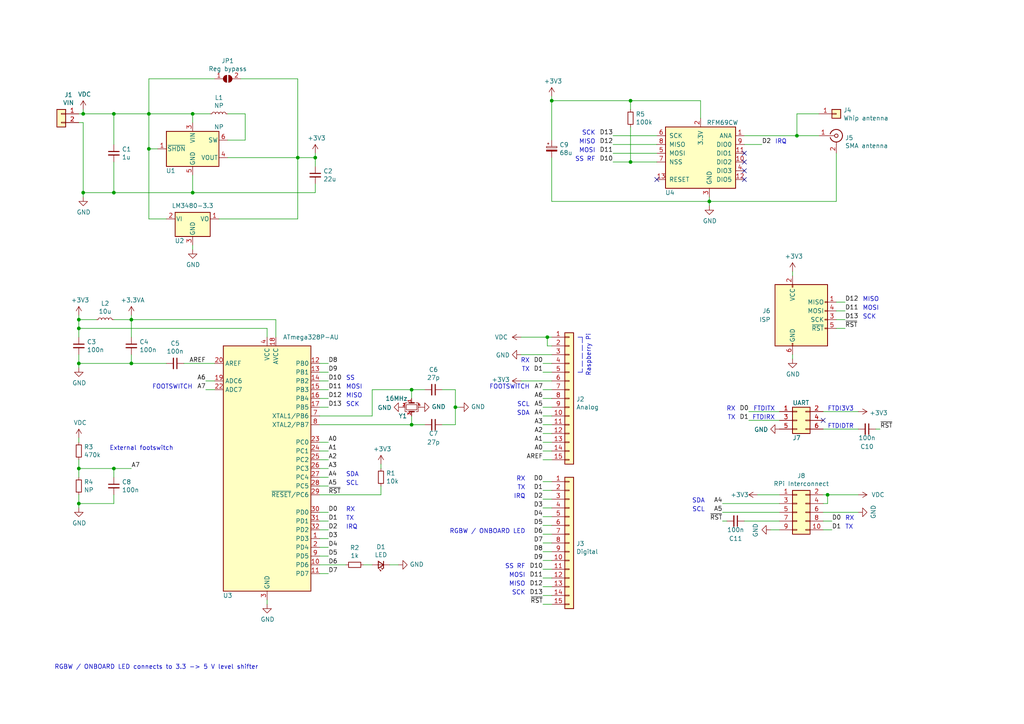
<source format=kicad_sch>
(kicad_sch (version 20211123) (generator eeschema)
  (paper "A4")
  (title_block (title "Taransay (RGBW)") (date "2022-04-30") (rev "1") (company "Sean Leavey"))
  (lib_symbols
    (symbol "Connector:AVR-ISP-6" (pin_names (offset 1.016))
      (property "Reference" "J" (at -6.35 11.43 0))
      (property "Value" "AVR-ISP-6" (at 0 11.43 0))
      (symbol "AVR-ISP-6_0_1"
        (rectangle (start -2.667 -6.858) (end -2.413 -7.62))
        (rectangle (start -2.667 10.16) (end -2.413 9.398))
        (rectangle (start 7.62 -2.413) (end 6.858 -2.667))
        (rectangle (start 7.62 0.127) (end 6.858 -0.127))
        (rectangle (start 7.62 2.667) (end 6.858 2.413))
        (rectangle (start 7.62 5.207) (end 6.858 4.953))
        (rectangle (start 7.62 10.16) (end -7.62 -7.62) (stroke (width 0.254)) (fill (type background)))
      )
      (symbol "AVR-ISP-6_1_1"
        (pin passive line (at 10.16 5.08 180) (length 2.54) (name "MISO") (number "1"))
        (pin passive line (at -2.54 12.7 270) (length 2.54) (name "VCC") (number "2"))
        (pin passive line (at 10.16 0 180) (length 2.54) (name "SCK") (number "3"))
        (pin passive line (at 10.16 2.54 180) (length 2.54) (name "MOSI") (number "4"))
        (pin passive line (at 10.16 -2.54 180) (length 2.54) (name "~{RST}") (number "5"))
        (pin passive line (at -2.54 -10.16 90) (length 2.54) (name "GND") (number "6"))
      )
    )
    (symbol "Connector:Conn_Coaxial" (pin_names (offset 1.016) hide)
      (property "Reference" "J" (at 0.254 3.048 0))
      (property "Value" "Conn_Coaxial" (at 2.921 0 90))
      (symbol "Conn_Coaxial_0_1"
        (arc (start -1.778 -0.508) (mid 0.2311 -1.8066) (end 1.778 0) (stroke (width 0.254)))
        (polyline (pts (xy -2.54 0) (xy -0.508 0)))
        (polyline (pts (xy 0 -2.54) (xy 0 -1.778)))
        (circle (center 0 0) (radius 0.508) (stroke (width 0.2032)))
        (arc (start 1.778 0) (mid 0.2099 1.8101) (end -1.778 0.508) (stroke (width 0.254)))
      )
      (symbol "Conn_Coaxial_1_1"
        (pin passive line (at -5.08 0 0) (length 2.54) (name "In") (number "1"))
        (pin passive line (at 0 -5.08 90) (length 2.54) (name "Ext") (number "2"))
      )
    )
    (symbol "Connector_Generic:Conn_01x01" (pin_names (offset 1.016) hide)
      (property "Reference" "J" (at 0 2.54 0))
      (property "Value" "Conn_01x01" (at 0 -2.54 0))
      (symbol "Conn_01x01_1_1"
        (rectangle (start -1.27 0.127) (end 0 -0.127) (stroke (width 0.1524)))
        (rectangle (start -1.27 1.27) (end 1.27 -1.27) (stroke (width 0.254)) (fill (type background)))
        (pin passive line (at -5.08 0 0) (length 3.81) (name "Pin_1") (number "1"))
      )
    )
    (symbol "Connector_Generic:Conn_01x02" (pin_names (offset 1.016) hide)
      (property "Reference" "J" (at 0 2.54 0))
      (property "Value" "Conn_01x02" (at 0 -5.08 0))
      (symbol "Conn_01x02_1_1"
        (rectangle (start -1.27 -2.413) (end 0 -2.667) (stroke (width 0.1524)))
        (rectangle (start -1.27 0.127) (end 0 -0.127) (stroke (width 0.1524)))
        (rectangle (start -1.27 1.27) (end 1.27 -3.81) (stroke (width 0.254)) (fill (type background)))
        (pin passive line (at -5.08 0 0) (length 3.81) (name "Pin_1") (number "1"))
        (pin passive line (at -5.08 -2.54 0) (length 3.81) (name "Pin_2") (number "2"))
      )
    )
    (symbol "Connector_Generic:Conn_01x15" (pin_names (offset 1.016) hide)
      (property "Reference" "J" (at 0 20.32 0))
      (property "Value" "Conn_01x15" (at 0 -20.32 0))
      (symbol "Conn_01x15_1_1"
        (rectangle (start -1.27 -17.653) (end 0 -17.907) (stroke (width 0.1524)))
        (rectangle (start -1.27 -15.113) (end 0 -15.367) (stroke (width 0.1524)))
        (rectangle (start -1.27 -12.573) (end 0 -12.827) (stroke (width 0.1524)))
        (rectangle (start -1.27 -10.033) (end 0 -10.287) (stroke (width 0.1524)))
        (rectangle (start -1.27 -7.493) (end 0 -7.747) (stroke (width 0.1524)))
        (rectangle (start -1.27 -4.953) (end 0 -5.207) (stroke (width 0.1524)))
        (rectangle (start -1.27 -2.413) (end 0 -2.667) (stroke (width 0.1524)))
        (rectangle (start -1.27 0.127) (end 0 -0.127) (stroke (width 0.1524)))
        (rectangle (start -1.27 2.667) (end 0 2.413) (stroke (width 0.1524)))
        (rectangle (start -1.27 5.207) (end 0 4.953) (stroke (width 0.1524)))
        (rectangle (start -1.27 7.747) (end 0 7.493) (stroke (width 0.1524)))
        (rectangle (start -1.27 10.287) (end 0 10.033) (stroke (width 0.1524)))
        (rectangle (start -1.27 12.827) (end 0 12.573) (stroke (width 0.1524)))
        (rectangle (start -1.27 15.367) (end 0 15.113) (stroke (width 0.1524)))
        (rectangle (start -1.27 17.907) (end 0 17.653) (stroke (width 0.1524)))
        (rectangle (start -1.27 19.05) (end 1.27 -19.05) (stroke (width 0.254)) (fill (type background)))
        (pin passive line (at -5.08 17.78 0) (length 3.81) (name "Pin_1") (number "1"))
        (pin passive line (at -5.08 -5.08 0) (length 3.81) (name "Pin_10") (number "10"))
        (pin passive line (at -5.08 -7.62 0) (length 3.81) (name "Pin_11") (number "11"))
        (pin passive line (at -5.08 -10.16 0) (length 3.81) (name "Pin_12") (number "12"))
        (pin passive line (at -5.08 -12.7 0) (length 3.81) (name "Pin_13") (number "13"))
        (pin passive line (at -5.08 -15.24 0) (length 3.81) (name "Pin_14") (number "14"))
        (pin passive line (at -5.08 -17.78 0) (length 3.81) (name "Pin_15") (number "15"))
        (pin passive line (at -5.08 15.24 0) (length 3.81) (name "Pin_2") (number "2"))
        (pin passive line (at -5.08 12.7 0) (length 3.81) (name "Pin_3") (number "3"))
        (pin passive line (at -5.08 10.16 0) (length 3.81) (name "Pin_4") (number "4"))
        (pin passive line (at -5.08 7.62 0) (length 3.81) (name "Pin_5") (number "5"))
        (pin passive line (at -5.08 5.08 0) (length 3.81) (name "Pin_6") (number "6"))
        (pin passive line (at -5.08 2.54 0) (length 3.81) (name "Pin_7") (number "7"))
        (pin passive line (at -5.08 0 0) (length 3.81) (name "Pin_8") (number "8"))
        (pin passive line (at -5.08 -2.54 0) (length 3.81) (name "Pin_9") (number "9"))
      )
    )
    (symbol "Connector_Generic:Conn_02x03_Odd_Even" (pin_names (offset 1.016) hide)
      (property "Reference" "J" (at 1.27 5.08 0))
      (property "Value" "Conn_02x03_Odd_Even" (at 1.27 -5.08 0))
      (symbol "Conn_02x03_Odd_Even_1_1"
        (rectangle (start -1.27 -2.413) (end 0 -2.667) (stroke (width 0.1524)))
        (rectangle (start -1.27 0.127) (end 0 -0.127) (stroke (width 0.1524)))
        (rectangle (start -1.27 2.667) (end 0 2.413) (stroke (width 0.1524)))
        (rectangle (start -1.27 3.81) (end 3.81 -3.81) (stroke (width 0.254)) (fill (type background)))
        (rectangle (start 3.81 -2.413) (end 2.54 -2.667) (stroke (width 0.1524)))
        (rectangle (start 3.81 0.127) (end 2.54 -0.127) (stroke (width 0.1524)))
        (rectangle (start 3.81 2.667) (end 2.54 2.413) (stroke (width 0.1524)))
        (pin passive line (at -5.08 2.54 0) (length 3.81) (name "Pin_1") (number "1"))
        (pin passive line (at 7.62 2.54 180) (length 3.81) (name "Pin_2") (number "2"))
        (pin passive line (at -5.08 0 0) (length 3.81) (name "Pin_3") (number "3"))
        (pin passive line (at 7.62 0 180) (length 3.81) (name "Pin_4") (number "4"))
        (pin passive line (at -5.08 -2.54 0) (length 3.81) (name "Pin_5") (number "5"))
        (pin passive line (at 7.62 -2.54 180) (length 3.81) (name "Pin_6") (number "6"))
      )
    )
    (symbol "Connector_Generic:Conn_02x05_Odd_Even" (pin_names (offset 1.016) hide)
      (property "Reference" "J" (at 1.27 7.62 0))
      (property "Value" "Conn_02x05_Odd_Even" (at 1.27 -7.62 0))
      (symbol "Conn_02x05_Odd_Even_1_1"
        (rectangle (start -1.27 -4.953) (end 0 -5.207) (stroke (width 0.1524)))
        (rectangle (start -1.27 -2.413) (end 0 -2.667) (stroke (width 0.1524)))
        (rectangle (start -1.27 0.127) (end 0 -0.127) (stroke (width 0.1524)))
        (rectangle (start -1.27 2.667) (end 0 2.413) (stroke (width 0.1524)))
        (rectangle (start -1.27 5.207) (end 0 4.953) (stroke (width 0.1524)))
        (rectangle (start -1.27 6.35) (end 3.81 -6.35) (stroke (width 0.254)) (fill (type background)))
        (rectangle (start 3.81 -4.953) (end 2.54 -5.207) (stroke (width 0.1524)))
        (rectangle (start 3.81 -2.413) (end 2.54 -2.667) (stroke (width 0.1524)))
        (rectangle (start 3.81 0.127) (end 2.54 -0.127) (stroke (width 0.1524)))
        (rectangle (start 3.81 2.667) (end 2.54 2.413) (stroke (width 0.1524)))
        (rectangle (start 3.81 5.207) (end 2.54 4.953) (stroke (width 0.1524)))
        (pin passive line (at -5.08 5.08 0) (length 3.81) (name "Pin_1") (number "1"))
        (pin passive line (at 7.62 -5.08 180) (length 3.81) (name "Pin_10") (number "10"))
        (pin passive line (at 7.62 5.08 180) (length 3.81) (name "Pin_2") (number "2"))
        (pin passive line (at -5.08 2.54 0) (length 3.81) (name "Pin_3") (number "3"))
        (pin passive line (at 7.62 2.54 180) (length 3.81) (name "Pin_4") (number "4"))
        (pin passive line (at -5.08 0 0) (length 3.81) (name "Pin_5") (number "5"))
        (pin passive line (at 7.62 0 180) (length 3.81) (name "Pin_6") (number "6"))
        (pin passive line (at -5.08 -2.54 0) (length 3.81) (name "Pin_7") (number "7"))
        (pin passive line (at 7.62 -2.54 180) (length 3.81) (name "Pin_8") (number "8"))
        (pin passive line (at -5.08 -5.08 0) (length 3.81) (name "Pin_9") (number "9"))
      )
    )
    (symbol "Device:C_Polarized_Small" (pin_numbers hide) (pin_names (offset 0.254) hide)
      (property "Reference" "C" (at 0.254 1.778 0))
      (property "Value" "C_Polarized_Small" (at 0.254 -2.032 0))
      (symbol "C_Polarized_Small_0_1"
        (rectangle (start -1.524 -0.3048) (end 1.524 -0.6858) (fill (type outline)))
        (rectangle (start -1.524 0.6858) (end 1.524 0.3048))
        (polyline (pts (xy -1.27 1.524) (xy -0.762 1.524)))
        (polyline (pts (xy -1.016 1.27) (xy -1.016 1.778)))
      )
      (symbol "C_Polarized_Small_1_1"
        (pin passive line (at 0 2.54 270) (length 1.8542) (name "~") (number "1"))
        (pin passive line (at 0 -2.54 90) (length 1.8542) (name "~") (number "2"))
      )
    )
    (symbol "Device:C_Small" (pin_numbers hide) (pin_names (offset 0.254) hide)
      (property "Reference" "C" (at 0.254 1.778 0))
      (property "Value" "C_Small" (at 0.254 -2.032 0))
      (symbol "C_Small_0_1"
        (polyline (pts (xy -1.524 -0.508) (xy 1.524 -0.508)) (stroke (width 0.3302)))
        (polyline (pts (xy -1.524 0.508) (xy 1.524 0.508)) (stroke (width 0.3048)))
      )
      (symbol "C_Small_1_1"
        (pin passive line (at 0 2.54 270) (length 2.032) (name "~") (number "1"))
        (pin passive line (at 0 -2.54 90) (length 2.032) (name "~") (number "2"))
      )
    )
    (symbol "Device:Crystal_GND24_Small" (pin_names (offset 1.016) hide)
      (property "Reference" "Y" (at 1.27 4.445 0))
      (property "Value" "Crystal_GND24_Small" (at 1.27 2.54 0))
      (symbol "Crystal_GND24_Small_0_1"
        (rectangle (start -0.762 -1.524) (end 0.762 1.524))
        (polyline (pts (xy -1.27 -0.762) (xy -1.27 0.762)) (stroke (width 0.381)))
        (polyline (pts (xy 1.27 -0.762) (xy 1.27 0.762)) (stroke (width 0.381)))
        (polyline (pts (xy -1.27 -1.27) (xy -1.27 -1.905) (xy 1.27 -1.905) (xy 1.27 -1.27)))
        (polyline (pts (xy -1.27 1.27) (xy -1.27 1.905) (xy 1.27 1.905) (xy 1.27 1.27)))
      )
      (symbol "Crystal_GND24_Small_1_1"
        (pin passive line (at -2.54 0 0) (length 1.27) (name "1") (number "1"))
        (pin passive line (at 0 -2.54 90) (length 0.635) (name "2") (number "2"))
        (pin passive line (at 2.54 0 180) (length 1.27) (name "3") (number "3"))
        (pin passive line (at 0 2.54 270) (length 0.635) (name "4") (number "4"))
      )
    )
    (symbol "Device:LED_Small" (pin_numbers hide) (pin_names (offset 0.254) hide)
      (property "Reference" "D" (at -1.27 3.175 0))
      (property "Value" "LED_Small" (at -4.445 -2.54 0))
      (symbol "LED_Small_0_1"
        (polyline (pts (xy -0.762 -1.016) (xy -0.762 1.016)) (stroke (width 0.254)))
        (polyline (pts (xy 1.016 0) (xy -0.762 0)))
        (polyline (pts (xy 0.762 -1.016) (xy -0.762 0) (xy 0.762 1.016) (xy 0.762 -1.016)) (stroke (width 0.254)))
        (polyline (pts (xy 0 0.762) (xy -0.508 1.27) (xy -0.254 1.27) (xy -0.508 1.27) (xy -0.508 1.016)))
        (polyline (pts (xy 0.508 1.27) (xy 0 1.778) (xy 0.254 1.778) (xy 0 1.778) (xy 0 1.524)))
      )
      (symbol "LED_Small_1_1"
        (pin passive line (at -2.54 0 0) (length 1.778) (name "K") (number "1"))
        (pin passive line (at 2.54 0 180) (length 1.778) (name "A") (number "2"))
      )
    )
    (symbol "Device:L_Small" (pin_numbers hide) (pin_names (offset 0.254) hide)
      (property "Reference" "L" (at 0.762 1.016 0))
      (property "Value" "L_Small" (at 0.762 -1.016 0))
      (symbol "L_Small_0_1"
        (arc (start 0 -2.032) (mid 0.508 -1.524) (end 0 -1.016))
        (arc (start 0 -1.016) (mid 0.508 -0.508) (end 0 0))
        (arc (start 0 0) (mid 0.508 0.508) (end 0 1.016))
        (arc (start 0 1.016) (mid 0.508 1.524) (end 0 2.032))
      )
      (symbol "L_Small_1_1"
        (pin passive line (at 0 2.54 270) (length 0.508) (name "~") (number "1"))
        (pin passive line (at 0 -2.54 90) (length 0.508) (name "~") (number "2"))
      )
    )
    (symbol "Device:R_Small" (pin_numbers hide) (pin_names (offset 0.254) hide)
      (property "Reference" "R" (at 0.762 0.508 0))
      (property "Value" "R_Small" (at 0.762 -1.016 0))
      (symbol "R_Small_0_1"
        (rectangle (start -0.762 1.778) (end 0.762 -1.778) (stroke (width 0.2032)))
      )
      (symbol "R_Small_1_1"
        (pin passive line (at 0 2.54 270) (length 0.762) (name "~") (number "1"))
        (pin passive line (at 0 -2.54 90) (length 0.762) (name "~") (number "2"))
      )
    )
    (symbol "Jumper:SolderJumper_2_Open" (pin_names (offset 0) hide)
      (property "Reference" "JP" (at 0 2.032 0))
      (property "Value" "SolderJumper_2_Open" (at 0 -2.54 0))
      (symbol "SolderJumper_2_Open_0_1"
        (arc (start -0.254 1.016) (mid -1.27 0) (end -0.254 -1.016))
        (arc (start -0.254 1.016) (mid -1.27 0) (end -0.254 -1.016) (fill (type outline)))
        (polyline (pts (xy -0.254 1.016) (xy -0.254 -1.016)))
        (polyline (pts (xy 0.254 1.016) (xy 0.254 -1.016)))
        (arc (start 0.254 -1.016) (mid 1.27 0) (end 0.254 1.016))
        (arc (start 0.254 -1.016) (mid 1.27 0) (end 0.254 1.016) (fill (type outline)))
      )
      (symbol "SolderJumper_2_Open_1_1"
        (pin passive line (at -3.81 0 0) (length 2.54) (name "A") (number "1"))
        (pin passive line (at 3.81 0 180) (length 2.54) (name "B") (number "2"))
      )
    )
    (symbol "MCU_Microchip_ATmega:ATmega328P-AU"
      (property "Reference" "U" (at -12.7 36.83 0))
      (property "Value" "MCU_Microchip_ATmega_ATmega328P-AU" (at 2.54 -36.83 0))
      (symbol "ATmega328P-AU_0_1"
        (rectangle (start -12.7 -35.56) (end 12.7 35.56) (stroke (width 0.254)) (fill (type background)))
      )
      (symbol "ATmega328P-AU_1_1"
        (pin bidirectional line (at 15.24 -20.32 180) (length 2.54) (name "PD3") (number "1"))
        (pin bidirectional line (at 15.24 -27.94 180) (length 2.54) (name "PD6") (number "10"))
        (pin bidirectional line (at 15.24 -30.48 180) (length 2.54) (name "PD7") (number "11"))
        (pin bidirectional line (at 15.24 30.48 180) (length 2.54) (name "PB0") (number "12"))
        (pin bidirectional line (at 15.24 27.94 180) (length 2.54) (name "PB1") (number "13"))
        (pin bidirectional line (at 15.24 25.4 180) (length 2.54) (name "PB2") (number "14"))
        (pin bidirectional line (at 15.24 22.86 180) (length 2.54) (name "PB3") (number "15"))
        (pin bidirectional line (at 15.24 20.32 180) (length 2.54) (name "PB4") (number "16"))
        (pin bidirectional line (at 15.24 17.78 180) (length 2.54) (name "PB5") (number "17"))
        (pin power_in line (at 2.54 38.1 270) (length 2.54) (name "AVCC") (number "18"))
        (pin input line (at -15.24 25.4 0) (length 2.54) (name "ADC6") (number "19"))
        (pin bidirectional line (at 15.24 -22.86 180) (length 2.54) (name "PD4") (number "2"))
        (pin passive line (at -15.24 30.48 0) (length 2.54) (name "AREF") (number "20"))
        (pin passive line (at 0 -38.1 90) (length 2.54) hide (name "GND") (number "21"))
        (pin input line (at -15.24 22.86 0) (length 2.54) (name "ADC7") (number "22"))
        (pin bidirectional line (at 15.24 7.62 180) (length 2.54) (name "PC0") (number "23"))
        (pin bidirectional line (at 15.24 5.08 180) (length 2.54) (name "PC1") (number "24"))
        (pin bidirectional line (at 15.24 2.54 180) (length 2.54) (name "PC2") (number "25"))
        (pin bidirectional line (at 15.24 0 180) (length 2.54) (name "PC3") (number "26"))
        (pin bidirectional line (at 15.24 -2.54 180) (length 2.54) (name "PC4") (number "27"))
        (pin bidirectional line (at 15.24 -5.08 180) (length 2.54) (name "PC5") (number "28"))
        (pin bidirectional line (at 15.24 -7.62 180) (length 2.54) (name "~{RESET}/PC6") (number "29"))
        (pin power_in line (at 0 -38.1 90) (length 2.54) (name "GND") (number "3"))
        (pin bidirectional line (at 15.24 -12.7 180) (length 2.54) (name "PD0") (number "30"))
        (pin bidirectional line (at 15.24 -15.24 180) (length 2.54) (name "PD1") (number "31"))
        (pin bidirectional line (at 15.24 -17.78 180) (length 2.54) (name "PD2") (number "32"))
        (pin power_in line (at 0 38.1 270) (length 2.54) (name "VCC") (number "4"))
        (pin passive line (at 0 -38.1 90) (length 2.54) hide (name "GND") (number "5"))
        (pin passive line (at 0 38.1 270) (length 2.54) hide (name "VCC") (number "6"))
        (pin bidirectional line (at 15.24 15.24 180) (length 2.54) (name "XTAL1/PB6") (number "7"))
        (pin bidirectional line (at 15.24 12.7 180) (length 2.54) (name "XTAL2/PB7") (number "8"))
        (pin bidirectional line (at 15.24 -25.4 180) (length 2.54) (name "PD5") (number "9"))
      )
    )
    (symbol "Regulator_Linear:LM3480-3.3" (pin_names (offset 0.254))
      (property "Reference" "U" (at -3.81 3.175 0))
      (property "Value" "LM3480-3.3" (at 0 3.175 0))
      (symbol "LM3480-3.3_0_1"
        (rectangle (start -5.08 1.905) (end 5.08 -5.08) (stroke (width 0.254)) (fill (type background)))
      )
      (symbol "LM3480-3.3_1_1"
        (pin power_out line (at 7.62 0 180) (length 2.54) (name "VO") (number "1"))
        (pin power_in line (at -7.62 0 0) (length 2.54) (name "VI") (number "2"))
        (pin power_in line (at 0 -7.62 90) (length 2.54) (name "GND") (number "3"))
      )
    )
    (symbol "Regulator_Switching:LTC3525-3.3" (pin_names (offset 0.254))
      (property "Reference" "U" (at -6.35 6.35 0))
      (property "Value" "LTC3525-3.3" (at 1.27 6.35 0))
      (symbol "LTC3525-3.3_0_1"
        (rectangle (start -7.62 5.08) (end 7.62 -5.08) (stroke (width 0.254)) (fill (type background)))
      )
      (symbol "LTC3525-3.3_1_1"
        (pin input line (at -10.16 0 0) (length 2.54) (name "~{SHDN}") (number "1"))
        (pin passive line (at 0 -7.62 90) (length 2.54) hide (name "GND") (number "2"))
        (pin power_in line (at 0 7.62 270) (length 2.54) (name "VIN") (number "3"))
        (pin power_out line (at 10.16 -2.54 180) (length 2.54) (name "VOUT") (number "4"))
        (pin power_in line (at 0 -7.62 90) (length 2.54) (name "GND") (number "5"))
        (pin input line (at 10.16 2.54 180) (length 2.54) (name "SW") (number "6"))
      )
    )
    (symbol "Taransay_RF_Module:RFM69CW" (pin_names (offset 1.016))
      (property "Reference" "U" (at -3.81 11.43 0))
      (property "Value" "RFM69CW" (at -7.62 13.97 0))
      (symbol "RFM69CW_0_1"
        (rectangle (start -10.16 10.16) (end 10.16 -7.62) (stroke (width 0.254)) (fill (type background)))
      )
      (symbol "RFM69CW_1_1"
        (pin output line (at 12.7 7.62 180) (length 2.54) (name "ANA") (number "1"))
        (pin bidirectional line (at 12.7 0 180) (length 2.54) (name "DIO2") (number "10"))
        (pin bidirectional line (at 12.7 2.54 180) (length 2.54) (name "DIO1") (number "11"))
        (pin bidirectional line (at 12.7 -5.08 180) (length 2.54) (name "DIO5") (number "12"))
        (pin input line (at -12.7 -5.08 0) (length 2.54) (name "RESET") (number "13"))
        (pin passive line (at 2.54 -10.16 90) (length 2.54) hide (name "GND") (number "14"))
        (pin power_in line (at 0 12.7 270) (length 2.54) (name "3.3V") (number "2"))
        (pin power_in line (at 2.54 -10.16 90) (length 2.54) (name "GND") (number "3"))
        (pin bidirectional line (at 12.7 -2.54 180) (length 2.54) (name "DIO3") (number "4"))
        (pin input line (at -12.7 2.54 0) (length 2.54) (name "MOSI") (number "5"))
        (pin input line (at -12.7 7.62 0) (length 2.54) (name "SCK") (number "6"))
        (pin input line (at -12.7 0 0) (length 2.54) (name "NSS") (number "7"))
        (pin output line (at -12.7 5.08 0) (length 2.54) (name "MISO") (number "8"))
        (pin bidirectional line (at 12.7 5.08 180) (length 2.54) (name "DIO0") (number "9"))
      )
    )
    (symbol "power:+3.3VA" (power) (pin_names (offset 0))
      (property "Value" "+3.3VA" (at 0 3.556 0))
      (symbol "+3.3VA_0_1"
        (polyline (pts (xy -0.762 1.27) (xy 0 2.54)))
        (polyline (pts (xy 0 0) (xy 0 2.54)))
        (polyline (pts (xy 0 2.54) (xy 0.762 1.27)))
      )
      (symbol "+3.3VA_1_1"
        (pin power_in line (at 0 0 90) (length 0) hide (name "+3.3VA") (number "1"))
      )
    )
    (symbol "power:+3V3" (power) (pin_names (offset 0))
      (property "Value" "+3V3" (at 0 3.556 0))
      (symbol "+3V3_0_1"
        (polyline (pts (xy -0.762 1.27) (xy 0 2.54)))
        (polyline (pts (xy 0 0) (xy 0 2.54)))
        (polyline (pts (xy 0 2.54) (xy 0.762 1.27)))
      )
      (symbol "+3V3_1_1"
        (pin power_in line (at 0 0 90) (length 0) hide (name "+3V3") (number "1"))
      )
    )
    (symbol "power:GND" (power) (pin_names (offset 0))
      (property "Value" "GND" (at 0 -3.81 0))
      (symbol "GND_0_1"
        (polyline (pts (xy 0 0) (xy 0 -1.27) (xy 1.27 -1.27) (xy 0 -2.54) (xy -1.27 -1.27) (xy 0 -1.27)))
      )
      (symbol "GND_1_1"
        (pin power_in line (at 0 0 270) (length 0) hide (name "GND") (number "1"))
      )
    )
    (symbol "power:VDC" (power) (pin_names (offset 0))
      (property "Value" "VDC" (at 0 6.35 0))
      (symbol "VDC_0_1"
        (polyline (pts (xy -0.762 1.27) (xy 0 2.54)))
        (polyline (pts (xy 0 0) (xy 0 2.54)))
        (polyline (pts (xy 0 2.54) (xy 0.762 1.27)))
      )
      (symbol "VDC_1_1"
        (pin power_in line (at 0 0 90) (length 0) hide (name "VDC") (number "1"))
      )
    )
  )
  (junction (at 182.88 46.99))
  (junction (at 43.18 33.02))
  (junction (at 38.1 105.41))
  (junction (at 158.75 97.79))
  (junction (at 86.36 45.72))
  (junction (at 22.86 92.71))
  (junction (at 22.86 135.89))
  (junction (at 24.13 55.88))
  (junction (at 43.18 43.18))
  (junction (at 33.02 33.02))
  (junction (at 38.1 92.71))
  (junction (at 205.74 58.42))
  (junction (at 22.86 95.25))
  (junction (at 55.88 33.02))
  (junction (at 231.14 39.37))
  (junction (at 182.88 29.21))
  (junction (at 91.44 45.72))
  (junction (at 33.02 135.89))
  (junction (at 33.02 55.88))
  (junction (at 119.38 113.03))
  (junction (at 119.38 123.19))
  (junction (at 160.02 29.21))
  (junction (at 55.88 55.88))
  (junction (at 22.86 105.41))
  (junction (at 240.03 143.51))
  (junction (at 132.08 118.11))
  (junction (at 22.86 146.05))
  (junction (at 24.13 33.02))
  (no_connect (at 215.9 46.99))
  (no_connect (at 215.9 52.07))
  (no_connect (at 215.9 49.53))
  (no_connect (at 215.9 44.45))
  (no_connect (at 190.5 52.07))
  (no_connect (at 238.76 121.92))
  (wire (pts (xy 55.88 50.8) (xy 55.88 55.88)))
  (wire (pts (xy 92.71 143.51) (xy 110.49 143.51)))
  (wire (pts (xy 119.38 113.03) (xy 107.95 113.03)))
  (wire (pts (xy 43.18 22.86) (xy 43.18 33.02)))
  (wire (pts (xy 48.26 105.41) (xy 38.1 105.41)))
  (wire (pts (xy 177.8 46.99) (xy 182.88 46.99)))
  (wire (pts (xy 231.14 39.37) (xy 237.49 39.37)))
  (wire (pts (xy 24.13 55.88) (xy 33.02 55.88)))
  (wire (pts (xy 22.86 135.89) (xy 22.86 133.35)))
  (wire (pts (xy 132.08 118.11) (xy 132.08 123.19)))
  (wire (pts (xy 119.38 113.03) (xy 123.19 113.03)))
  (wire (pts (xy 24.13 35.56) (xy 22.86 35.56)))
  (wire (pts (xy 160.02 165.1) (xy 157.48 165.1)))
  (wire (pts (xy 226.06 121.92) (xy 217.17 121.92)))
  (wire (pts (xy 255.27 124.46) (xy 254 124.46)))
  (wire (pts (xy 80.01 92.71) (xy 38.1 92.71)))
  (wire (pts (xy 92.71 138.43) (xy 95.25 138.43)))
  (wire (pts (xy 203.2 29.21) (xy 203.2 34.29)))
  (wire (pts (xy 43.18 22.86) (xy 62.23 22.86)))
  (wire (pts (xy 177.8 41.91) (xy 190.5 41.91)))
  (wire (pts (xy 113.03 163.83) (xy 115.57 163.83)))
  (wire (pts (xy 92.71 163.83) (xy 100.33 163.83)))
  (wire (pts (xy 160.02 115.57) (xy 157.48 115.57)))
  (wire (pts (xy 24.13 31.75) (xy 24.13 33.02)))
  (wire (pts (xy 92.71 166.37) (xy 95.25 166.37)))
  (wire (pts (xy 33.02 46.99) (xy 33.02 55.88)))
  (wire (pts (xy 205.74 58.42) (xy 242.57 58.42)))
  (wire (pts (xy 132.08 113.03) (xy 132.08 118.11)))
  (wire (pts (xy 24.13 35.56) (xy 24.13 55.88)))
  (wire (pts (xy 38.1 92.71) (xy 33.02 92.71)))
  (polyline (pts (xy 168.91 97.79) (xy 168.91 107.95)))
  (wire (pts (xy 55.88 55.88) (xy 33.02 55.88)))
  (wire (pts (xy 223.52 153.67) (xy 226.06 153.67)))
  (wire (pts (xy 231.14 33.02) (xy 231.14 39.37)))
  (wire (pts (xy 77.47 175.26) (xy 77.47 173.99)))
  (wire (pts (xy 107.95 120.65) (xy 92.71 120.65)))
  (wire (pts (xy 219.71 143.51) (xy 226.06 143.51)))
  (wire (pts (xy 123.19 123.19) (xy 119.38 123.19)))
  (wire (pts (xy 92.71 130.81) (xy 95.25 130.81)))
  (wire (pts (xy 92.71 156.21) (xy 95.25 156.21)))
  (wire (pts (xy 48.26 63.5) (xy 43.18 63.5)))
  (wire (pts (xy 238.76 151.13) (xy 241.3 151.13)))
  (wire (pts (xy 160.02 160.02) (xy 157.48 160.02)))
  (wire (pts (xy 226.06 119.38) (xy 217.17 119.38)))
  (wire (pts (xy 160.02 118.11) (xy 157.48 118.11)))
  (wire (pts (xy 205.74 58.42) (xy 205.74 57.15)))
  (wire (pts (xy 160.02 139.7) (xy 157.48 139.7)))
  (wire (pts (xy 205.74 59.69) (xy 205.74 58.42)))
  (wire (pts (xy 105.41 163.83) (xy 107.95 163.83)))
  (wire (pts (xy 86.36 63.5) (xy 86.36 45.72)))
  (wire (pts (xy 182.88 31.75) (xy 182.88 29.21)))
  (wire (pts (xy 160.02 27.94) (xy 160.02 29.21)))
  (wire (pts (xy 22.86 138.43) (xy 22.86 135.89)))
  (wire (pts (xy 160.02 97.79) (xy 158.75 97.79)))
  (wire (pts (xy 160.02 40.64) (xy 160.02 29.21)))
  (polyline (pts (xy 168.91 97.79) (xy 167.64 97.79)))
  (wire (pts (xy 248.92 119.38) (xy 238.76 119.38)))
  (wire (pts (xy 55.88 33.02) (xy 60.96 33.02)))
  (wire (pts (xy 22.86 106.68) (xy 22.86 105.41)))
  (wire (pts (xy 92.71 148.59) (xy 95.25 148.59)))
  (wire (pts (xy 238.76 153.67) (xy 241.3 153.67)))
  (wire (pts (xy 77.47 97.79) (xy 77.47 95.25)))
  (wire (pts (xy 22.86 135.89) (xy 33.02 135.89)))
  (wire (pts (xy 160.02 125.73) (xy 157.48 125.73)))
  (wire (pts (xy 86.36 22.86) (xy 86.36 45.72)))
  (wire (pts (xy 215.9 41.91) (xy 220.98 41.91)))
  (wire (pts (xy 229.87 104.14) (xy 229.87 102.87)))
  (wire (pts (xy 33.02 143.51) (xy 33.02 146.05)))
  (wire (pts (xy 92.71 113.03) (xy 95.25 113.03)))
  (wire (pts (xy 95.25 115.57) (xy 92.71 115.57)))
  (wire (pts (xy 132.08 118.11) (xy 133.35 118.11)))
  (wire (pts (xy 92.71 140.97) (xy 95.25 140.97)))
  (wire (pts (xy 71.12 40.64) (xy 71.12 33.02)))
  (wire (pts (xy 22.86 97.79) (xy 22.86 95.25)))
  (wire (pts (xy 160.02 152.4) (xy 157.48 152.4)))
  (wire (pts (xy 209.55 148.59) (xy 226.06 148.59)))
  (wire (pts (xy 160.02 128.27) (xy 157.48 128.27)))
  (wire (pts (xy 158.75 100.33) (xy 158.75 97.79)))
  (wire (pts (xy 69.85 22.86) (xy 86.36 22.86)))
  (wire (pts (xy 182.88 46.99) (xy 190.5 46.99)))
  (wire (pts (xy 160.02 107.95) (xy 157.48 107.95)))
  (wire (pts (xy 160.02 45.72) (xy 160.02 58.42)))
  (wire (pts (xy 245.11 90.17) (xy 242.57 90.17)))
  (wire (pts (xy 160.02 142.24) (xy 157.48 142.24)))
  (wire (pts (xy 110.49 140.97) (xy 110.49 143.51)))
  (wire (pts (xy 119.38 123.19) (xy 119.38 120.65)))
  (wire (pts (xy 43.18 33.02) (xy 33.02 33.02)))
  (wire (pts (xy 158.75 97.79) (xy 151.13 97.79)))
  (wire (pts (xy 240.03 146.05) (xy 240.03 143.51)))
  (wire (pts (xy 238.76 143.51) (xy 240.03 143.51)))
  (wire (pts (xy 66.04 45.72) (xy 86.36 45.72)))
  (wire (pts (xy 160.02 144.78) (xy 157.48 144.78)))
  (wire (pts (xy 160.02 100.33) (xy 158.75 100.33)))
  (wire (pts (xy 92.71 153.67) (xy 95.25 153.67)))
  (wire (pts (xy 22.86 95.25) (xy 77.47 95.25)))
  (wire (pts (xy 92.71 118.11) (xy 95.25 118.11)))
  (wire (pts (xy 91.44 55.88) (xy 55.88 55.88)))
  (wire (pts (xy 22.86 147.32) (xy 22.86 146.05)))
  (wire (pts (xy 43.18 63.5) (xy 43.18 43.18)))
  (wire (pts (xy 160.02 147.32) (xy 157.48 147.32)))
  (wire (pts (xy 182.88 36.83) (xy 182.88 46.99)))
  (wire (pts (xy 55.88 72.39) (xy 55.88 71.12)))
  (wire (pts (xy 38.1 91.44) (xy 38.1 92.71)))
  (polyline (pts (xy 168.91 107.95) (xy 167.64 107.95)))
  (wire (pts (xy 92.71 128.27) (xy 95.25 128.27)))
  (wire (pts (xy 22.86 102.87) (xy 22.86 105.41)))
  (wire (pts (xy 63.5 63.5) (xy 86.36 63.5)))
  (wire (pts (xy 38.1 102.87) (xy 38.1 105.41)))
  (wire (pts (xy 24.13 55.88) (xy 24.13 57.15)))
  (wire (pts (xy 177.8 44.45) (xy 190.5 44.45)))
  (wire (pts (xy 160.02 130.81) (xy 157.48 130.81)))
  (wire (pts (xy 22.86 146.05) (xy 22.86 143.51)))
  (wire (pts (xy 215.9 39.37) (xy 231.14 39.37)))
  (wire (pts (xy 182.88 29.21) (xy 203.2 29.21)))
  (wire (pts (xy 209.55 146.05) (xy 226.06 146.05)))
  (wire (pts (xy 22.86 33.02) (xy 24.13 33.02)))
  (wire (pts (xy 160.02 162.56) (xy 157.48 162.56)))
  (wire (pts (xy 160.02 175.26) (xy 157.48 175.26)))
  (wire (pts (xy 160.02 133.35) (xy 157.48 133.35)))
  (wire (pts (xy 128.27 113.03) (xy 132.08 113.03)))
  (wire (pts (xy 92.71 107.95) (xy 95.25 107.95)))
  (wire (pts (xy 238.76 148.59) (xy 248.92 148.59)))
  (wire (pts (xy 22.86 95.25) (xy 22.86 92.71)))
  (wire (pts (xy 160.02 105.41) (xy 157.48 105.41)))
  (wire (pts (xy 91.44 55.88) (xy 91.44 53.34)))
  (wire (pts (xy 160.02 154.94) (xy 157.48 154.94)))
  (wire (pts (xy 22.86 92.71) (xy 22.86 91.44)))
  (wire (pts (xy 33.02 135.89) (xy 38.1 135.89)))
  (wire (pts (xy 27.94 92.71) (xy 22.86 92.71)))
  (wire (pts (xy 33.02 41.91) (xy 33.02 33.02)))
  (wire (pts (xy 231.14 33.02) (xy 237.49 33.02)))
  (wire (pts (xy 160.02 113.03) (xy 157.48 113.03)))
  (wire (pts (xy 177.8 39.37) (xy 190.5 39.37)))
  (wire (pts (xy 160.02 167.64) (xy 157.48 167.64)))
  (wire (pts (xy 92.71 158.75) (xy 95.25 158.75)))
  (wire (pts (xy 43.18 33.02) (xy 55.88 33.02)))
  (wire (pts (xy 242.57 58.42) (xy 242.57 44.45)))
  (wire (pts (xy 55.88 33.02) (xy 55.88 35.56)))
  (wire (pts (xy 92.71 105.41) (xy 95.25 105.41)))
  (wire (pts (xy 92.71 161.29) (xy 95.25 161.29)))
  (wire (pts (xy 160.02 123.19) (xy 157.48 123.19)))
  (wire (pts (xy 160.02 102.87) (xy 151.13 102.87)))
  (wire (pts (xy 62.23 110.49) (xy 59.69 110.49)))
  (wire (pts (xy 205.74 58.42) (xy 160.02 58.42)))
  (wire (pts (xy 240.03 143.51) (xy 248.92 143.51)))
  (wire (pts (xy 160.02 157.48) (xy 157.48 157.48)))
  (wire (pts (xy 95.25 135.89) (xy 92.71 135.89)))
  (wire (pts (xy 160.02 120.65) (xy 157.48 120.65)))
  (wire (pts (xy 24.13 33.02) (xy 33.02 33.02)))
  (wire (pts (xy 22.86 128.27) (xy 22.86 127)))
  (wire (pts (xy 95.25 110.49) (xy 92.71 110.49)))
  (wire (pts (xy 80.01 97.79) (xy 80.01 92.71)))
  (wire (pts (xy 242.57 95.25) (xy 245.11 95.25)))
  (wire (pts (xy 107.95 113.03) (xy 107.95 120.65)))
  (wire (pts (xy 160.02 110.49) (xy 151.13 110.49)))
  (wire (pts (xy 33.02 138.43) (xy 33.02 135.89)))
  (wire (pts (xy 160.02 149.86) (xy 157.48 149.86)))
  (wire (pts (xy 242.57 92.71) (xy 245.11 92.71)))
  (wire (pts (xy 238.76 146.05) (xy 240.03 146.05)))
  (wire (pts (xy 119.38 115.57) (xy 119.38 113.03)))
  (wire (pts (xy 22.86 146.05) (xy 33.02 146.05)))
  (wire (pts (xy 86.36 45.72) (xy 91.44 45.72)))
  (wire (pts (xy 66.04 33.02) (xy 71.12 33.02)))
  (wire (pts (xy 62.23 113.03) (xy 59.69 113.03)))
  (wire (pts (xy 245.11 87.63) (xy 242.57 87.63)))
  (wire (pts (xy 38.1 105.41) (xy 22.86 105.41)))
  (wire (pts (xy 110.49 135.89) (xy 110.49 134.62)))
  (wire (pts (xy 210.82 151.13) (xy 209.55 151.13)))
  (wire (pts (xy 160.02 170.18) (xy 157.48 170.18)))
  (wire (pts (xy 248.92 124.46) (xy 238.76 124.46)))
  (wire (pts (xy 66.04 40.64) (xy 71.12 40.64)))
  (wire (pts (xy 53.34 105.41) (xy 62.23 105.41)))
  (wire (pts (xy 160.02 29.21) (xy 182.88 29.21)))
  (wire (pts (xy 45.72 43.18) (xy 43.18 43.18)))
  (wire (pts (xy 91.44 45.72) (xy 91.44 48.26)))
  (wire (pts (xy 43.18 43.18) (xy 43.18 33.02)))
  (wire (pts (xy 229.87 78.74) (xy 229.87 80.01)))
  (wire (pts (xy 215.9 151.13) (xy 226.06 151.13)))
  (wire (pts (xy 91.44 45.72) (xy 91.44 44.45)))
  (wire (pts (xy 160.02 172.72) (xy 157.48 172.72)))
  (wire (pts (xy 132.08 123.19) (xy 128.27 123.19)))
  (wire (pts (xy 92.71 151.13) (xy 95.25 151.13)))
  (wire (pts (xy 92.71 133.35) (xy 95.25 133.35)))
  (wire (pts (xy 92.71 123.19) (xy 119.38 123.19)))
  (wire (pts (xy 38.1 97.79) (xy 38.1 92.71)))
  (text "RGBW / ONBOARD LED" (at 152.4 154.94 180) (effects (font (size 1.27 1.27)) (justify right bottom)))
  (text "TX" (at 213.36 121.92 180) (effects (font (size 1.27 1.27)) (justify right bottom)))
  (text "MISO" (at 250.19 87.63 0) (effects (font (size 1.27 1.27)) (justify left bottom)))
  (text "FTDI3V3" (at 240.03 119.38 0) (effects (font (size 1.27 1.27)) (justify left bottom)))
  (text "TX" (at 245.11 153.67 0) (effects (font (size 1.27 1.27)) (justify left bottom)))
  (text "TX" (at 153.67 107.95 180) (effects (font (size 1.27 1.27)) (justify right bottom)))
  (text "RX" (at 213.36 119.38 180) (effects (font (size 1.27 1.27)) (justify right bottom)))
  (text "FTDIDTR" (at 240.03 124.46 0) (effects (font (size 1.27 1.27)) (justify left bottom)))
  (text "IRQ" (at 224.79 41.91 0) (effects (font (size 1.27 1.27)) (justify left bottom)))
  (text "SCL" (at 153.67 118.11 180) (effects (font (size 1.27 1.27)) (justify right bottom)))
  (text "IRQ" (at 100.33 153.67 0) (effects (font (size 1.27 1.27)) (justify left bottom)))
  (text "SCK" (at 100.33 118.11 0) (effects (font (size 1.27 1.27)) (justify left bottom)))
  (text "MOSI" (at 152.4 167.64 180) (effects (font (size 1.27 1.27)) (justify right bottom)))
  (text "FOOTSWITCH" (at 153.67 113.03 180) (effects (font (size 1.27 1.27)) (justify right bottom)))
  (text "RX" (at 152.4 139.7 180) (effects (font (size 1.27 1.27)) (justify right bottom)))
  (text "MISO" (at 172.72 41.91 180) (effects (font (size 1.27 1.27)) (justify right bottom)))
  (text "MISO" (at 100.33 115.57 0) (effects (font (size 1.27 1.27)) (justify left bottom)))
  (text "RX" (at 153.67 105.41 180) (effects (font (size 1.27 1.27)) (justify right bottom)))
  (text "FOOTSWITCH" (at 55.88 113.03 180) (effects (font (size 1.27 1.27)) (justify right bottom)))
  (text "RGBW / ONBOARD LED connects to 3.3 -> 5 V level shifter" (at 74.93 194.31 0) (effects (font (size 1.27 1.27)) (justify right bottom)))
  (text "IRQ" (at 152.4 144.78 180) (effects (font (size 1.27 1.27)) (justify right bottom)))
  (text "SDA" (at 100.33 138.43 0) (effects (font (size 1.27 1.27)) (justify left bottom)))
  (text "MISO" (at 152.4 170.18 180) (effects (font (size 1.27 1.27)) (justify right bottom)))
  (text "SCK" (at 172.72 39.37 180) (effects (font (size 1.27 1.27)) (justify right bottom)))
  (text "TX" (at 100.33 151.13 0) (effects (font (size 1.27 1.27)) (justify left bottom)))
  (text "SDA" (at 204.47 146.05 180) (effects (font (size 1.27 1.27)) (justify right bottom)))
  (text "SDA" (at 153.67 120.65 180) (effects (font (size 1.27 1.27)) (justify right bottom)))
  (text "SCL" (at 204.47 148.59 180) (effects (font (size 1.27 1.27)) (justify right bottom)))
  (text "FTDITX" (at 224.79 119.38 180) (effects (font (size 1.27 1.27)) (justify right bottom)))
  (text "MOSI" (at 172.72 44.45 180) (effects (font (size 1.27 1.27)) (justify right bottom)))
  (text "External footswitch" (at 31.75 130.81 0) (effects (font (size 1.27 1.27)) (justify left bottom)))
  (text "SS" (at 100.33 110.49 0) (effects (font (size 1.27 1.27)) (justify left bottom)))
  (text "FTDIRX" (at 224.79 121.92 180) (effects (font (size 1.27 1.27)) (justify right bottom)))
  (text "MOSI" (at 250.19 90.17 0) (effects (font (size 1.27 1.27)) (justify left bottom)))
  (text "SS RF" (at 172.72 46.99 180) (effects (font (size 1.27 1.27)) (justify right bottom)))
  (text "SCK" (at 250.19 92.71 0) (effects (font (size 1.27 1.27)) (justify left bottom)))
  (text "TX" (at 152.4 142.24 180) (effects (font (size 1.27 1.27)) (justify right bottom)))
  (text "RX" (at 245.11 151.13 0) (effects (font (size 1.27 1.27)) (justify left bottom)))
  (text "MOSI" (at 100.33 113.03 0) (effects (font (size 1.27 1.27)) (justify left bottom)))
  (text "Raspberry Pi" (at 171.45 109.22 90) (effects (font (size 1.27 1.27)) (justify left bottom)))
  (text "SS RF" (at 152.4 165.1 180) (effects (font (size 1.27 1.27)) (justify right bottom)))
  (text "SCL" (at 100.33 140.97 0) (effects (font (size 1.27 1.27)) (justify left bottom)))
  (text "SCK" (at 152.4 172.72 180) (effects (font (size 1.27 1.27)) (justify right bottom)))
  (text "RX" (at 100.33 148.59 0) (effects (font (size 1.27 1.27)) (justify left bottom)))
  (label "D11" (at 245.11 90.17 0))
  (label "D9" (at 95.25 107.95 0))
  (label "D10" (at 157.48 165.1 180))
  (label "D2" (at 220.98 41.91 0))
  (label "D0" (at 217.17 119.38 180))
  (label "D12" (at 245.11 87.63 0))
  (label "A0" (at 157.48 130.81 180))
  (label "A1" (at 95.25 130.81 0))
  (label "D5" (at 95.25 161.29 0))
  (label "A7" (at 38.1 135.89 0))
  (label "D2" (at 95.25 153.67 0))
  (label "A3" (at 95.25 135.89 0))
  (label "D7" (at 157.48 157.48 180))
  (label "D0" (at 95.25 148.59 0))
  (label "D9" (at 157.48 162.56 180))
  (label "AREF" (at 59.69 105.41 180))
  (label "D13" (at 157.48 172.72 180))
  (label "A2" (at 157.48 125.73 180))
  (label "D7" (at 95.25 166.37 0))
  (label "D5" (at 157.48 152.4 180))
  (label "A0" (at 95.25 128.27 0))
  (label "D11" (at 95.25 113.03 0))
  (label "D11" (at 157.48 167.64 180))
  (label "D3" (at 95.25 156.21 0))
  (label "A6" (at 59.69 110.49 180))
  (label "D1" (at 217.17 121.92 180))
  (label "D1" (at 241.3 153.67 0))
  (label "D4" (at 95.25 158.75 0))
  (label "~{RST}" (at 255.27 124.46 0))
  (label "D6" (at 157.48 154.94 180))
  (label "A5" (at 157.48 118.11 180))
  (label "D10" (at 177.8 46.99 180))
  (label "~{RST}" (at 157.48 175.26 180))
  (label "AREF" (at 157.48 133.35 180))
  (label "A4" (at 95.25 138.43 0))
  (label "A7" (at 59.69 113.03 180))
  (label "D13" (at 95.25 118.11 0))
  (label "A5" (at 95.25 140.97 0))
  (label "D3" (at 157.48 147.32 180))
  (label "A6" (at 157.48 115.57 180))
  (label "~{RST}" (at 245.11 95.25 0))
  (label "A4" (at 209.55 146.05 180))
  (label "D8" (at 95.25 105.41 0))
  (label "~{RST}" (at 209.55 151.13 180))
  (label "D12" (at 177.8 41.91 180))
  (label "D12" (at 157.48 170.18 180))
  (label "D4" (at 157.48 149.86 180))
  (label "D10" (at 95.25 110.49 0))
  (label "D8" (at 157.48 160.02 180))
  (label "D1" (at 157.48 142.24 180))
  (label "D0" (at 241.3 151.13 0))
  (label "~{RST}" (at 95.25 143.51 0))
  (label "A1" (at 157.48 128.27 180))
  (label "A7" (at 157.48 113.03 180))
  (label "D0" (at 157.48 105.41 180))
  (label "D13" (at 177.8 39.37 180))
  (label "A3" (at 157.48 123.19 180))
  (label "A4" (at 157.48 120.65 180))
  (label "D2" (at 157.48 144.78 180))
  (label "D13" (at 245.11 92.71 0))
  (label "D0" (at 157.48 139.7 180))
  (label "D6" (at 95.25 163.83 0))
  (label "D12" (at 95.25 115.57 0))
  (label "D11" (at 177.8 44.45 180))
  (label "A2" (at 95.25 133.35 0))
  (label "A5" (at 209.55 148.59 180))
  (label "D1" (at 95.25 151.13 0))
  (label "D1" (at 157.48 107.95 180))
  (symbol (lib_id "power:GND") (at 24.13 57.15 0) (unit 1)
    (property "Reference" "#PWR0109" (effects hide))
    (property "Value" "GND" (at 24.257 61.5442 0))
  )
  (symbol (lib_id "Device:C_Small") (at 38.1 100.33 0) (unit 1)
    (property "Reference" "C4" (at 40.4368 99.1616 0) (effects (justify left)))
    (property "Value" "100n" (at 40.4368 101.473 0) (effects (justify left)))
    (property "Footprint" "Capacitor_SMD:C_0805_2012Metric" (effects hide))
  )
  (symbol (lib_id "Connector:AVR-ISP-6") (at 232.41 92.71 0) (unit 1)
    (property "Reference" "J6" (at 223.52 90.17 0) (effects (justify right)))
    (property "Value" "ISP" (at 223.52 92.71 0) (effects (justify right)))
    (property "Footprint" "Connector_PinHeader_2.54mm:PinHeader_2x03_P2.54mm_Vertical" (effects hide))
    (property "Datasheet" " ~" (effects hide))
    (property "Manufacturer1" "RS Pro" (effects hide))
    (property "MPN1" "251-8137" (effects hide))
    (property "Vendor1" "RS" (effects hide))
    (property "SKU1" "251-8137" (effects hide))
  )
  (symbol (lib_id "power:+3V3") (at 91.44 44.45 0) (unit 1)
    (property "Reference" "#PWR0108" (effects hide))
    (property "Value" "+3V3" (at 91.821 40.0558 0))
  )
  (symbol (lib_id "power:+3V3") (at 22.86 91.44 0) (unit 1)
    (property "Reference" "#PWR0112" (effects hide))
    (property "Value" "+3V3" (at 23.241 87.0458 0))
  )
  (symbol (lib_id "power:GND") (at 115.57 163.83 90) (unit 1)
    (property "Reference" "#PWR0114" (effects hide))
    (property "Value" "GND" (at 118.8212 163.703 90) (effects (justify right)))
  )
  (symbol (lib_id "power:+3V3") (at 248.92 119.38 270) (unit 1)
    (property "Reference" "#PWR0125" (effects hide))
    (property "Value" "+3V3" (at 252.1712 119.761 90) (effects (justify left)))
  )
  (symbol (lib_id "power:+3V3") (at 229.87 78.74 0) (unit 1)
    (property "Reference" "#PWR0101" (effects hide))
    (property "Value" "+3V3" (at 230.251 74.3458 0))
  )
  (symbol (lib_id "power:+3V3") (at 110.49 134.62 0) (unit 1)
    (property "Reference" "#PWR0115" (effects hide))
    (property "Value" "+3V3" (at 110.871 130.2258 0))
  )
  (symbol (lib_id "power:+3V3") (at 160.02 27.94 0) (unit 1)
    (property "Reference" "#PWR0106" (effects hide))
    (property "Value" "+3V3" (at 160.401 23.5458 0))
  )
  (symbol (lib_id "Connector_Generic:Conn_02x05_Odd_Even") (at 231.14 148.59 0) (unit 1)
    (property "Reference" "J8" (at 232.41 137.9982 0))
    (property "Value" "RPi Interconnect" (at 232.41 140.3096 0))
    (property "Footprint" "Connector_PinSocket_2.54mm:PinSocket_2x05_P2.54mm_Vertical" (effects hide))
    (property "Manufacturer1" "TE Connectivity" (effects hide))
    (property "MPN1" "215307-5" (effects hide))
    (property "Vendor1" "RS" (effects hide))
    (property "SKU1" "495-8644" (effects hide))
  )
  (symbol (lib_id "power:GND") (at 22.86 106.68 0) (unit 1)
    (property "Reference" "#PWR0116" (effects hide))
    (property "Value" "GND" (at 22.987 111.0742 0))
  )
  (symbol (lib_id "power:GND") (at 133.35 118.11 90) (unit 1)
    (property "Reference" "#PWR0117" (effects hide))
    (property "Value" "GND" (at 136.6012 117.983 90) (effects (justify right)))
  )
  (symbol (lib_id "power:GND") (at 77.47 175.26 0) (unit 1)
    (property "Reference" "#PWR0118" (effects hide))
    (property "Value" "GND" (at 77.597 179.6542 0))
  )
  (symbol (lib_id "power:GND") (at 229.87 104.14 0) (unit 1)
    (property "Reference" "#PWR0102" (effects hide))
    (property "Value" "GND" (at 229.997 108.5342 0))
  )
  (symbol (lib_id "power:GND") (at 226.06 124.46 270) (unit 1)
    (property "Reference" "#PWR0103" (effects hide))
    (property "Value" "GND" (at 222.8088 124.587 90) (effects (justify right)))
  )
  (symbol (lib_id "power:+3.3VA") (at 38.1 91.44 0) (unit 1)
    (property "Reference" "#PWR0119" (effects hide))
    (property "Value" "+3.3VA" (at 38.481 87.0458 0))
  )
  (symbol (lib_id "Device:R_Small") (at 182.88 34.29 0) (unit 1)
    (property "Reference" "R5" (at 184.3786 33.1216 0) (effects (justify left)))
    (property "Value" "100k" (at 184.3786 35.433 0) (effects (justify left)))
    (property "Footprint" "Resistor_SMD:R_0805_2012Metric" (effects hide))
  )
  (symbol (lib_id "power:GND") (at 223.52 153.67 270) (unit 1)
    (property "Reference" "#PWR0104" (effects hide))
    (property "Value" "GND" (at 219.1258 153.797 0))
  )
  (symbol (lib_id "Connector_Generic:Conn_01x01") (at 242.57 33.02 0) (unit 1)
    (property "Reference" "J4" (at 244.602 31.9532 0) (effects (justify left)))
    (property "Value" "Whip antenna" (at 244.602 34.2646 0) (effects (justify left)))
    (property "Footprint" "Connector_Wire:SolderWire-0.25sqmm_1x01_D0.65mm_OD1.7mm" (effects hide))
  )
  (symbol (lib_id "Device:Crystal_GND24_Small") (at 119.38 118.11 270) (unit 1)
    (property "Reference" "Y1" (at 115.57 120.65 90) (effects (justify left)))
    (property "Value" "16MHz" (at 111.76 115.57 90) (effects (justify left)))
    (property "Footprint" "Crystal:Crystal_SMD_Abracon_ABM8G-4Pin_3.2x2.5mm" (effects hide))
    (property "Manufacturer1" "Abracon" (effects hide))
    (property "MPN1" "ABM8-16.000MHZ-7-1-U-T" (effects hide))
    (property "Vendor1" "Mouser" (effects hide))
    (property "SKU1" "815-ABM8-16-7-1-U-T" (effects hide))
  )
  (symbol (lib_id "power:+3V3") (at 219.71 143.51 90) (unit 1)
    (property "Reference" "#PWR0105" (effects hide))
    (property "Value" "+3V3" (at 217.17 143.51 90) (effects (justify left)))
  )
  (symbol (lib_id "Device:C_Small") (at 125.73 113.03 270) (unit 1)
    (property "Reference" "C6" (at 125.73 107.2134 90))
    (property "Value" "27p" (at 125.73 109.5248 90))
    (property "Footprint" "Capacitor_SMD:C_0603_1608Metric" (effects hide))
  )
  (symbol (lib_id "Device:C_Small") (at 125.73 123.19 270) (unit 1)
    (property "Reference" "C7" (at 125.73 125.73 90))
    (property "Value" "27p" (at 125.73 128.27 90))
    (property "Footprint" "Capacitor_SMD:C_0603_1608Metric" (effects hide))
  )
  (symbol (lib_id "Device:C_Small") (at 22.86 100.33 0) (unit 1)
    (property "Reference" "C3" (at 25.1968 99.1616 0) (effects (justify left)))
    (property "Value" "100n" (at 25.1968 101.473 0) (effects (justify left)))
    (property "Footprint" "Capacitor_SMD:C_0805_2012Metric" (effects hide))
  )
  (symbol (lib_id "Device:C_Small") (at 50.8 105.41 270) (unit 1)
    (property "Reference" "C5" (at 50.8 99.5934 90))
    (property "Value" "100n" (at 50.8 101.9048 90))
    (property "Footprint" "Capacitor_SMD:C_0805_2012Metric" (effects hide))
  )
  (symbol (lib_id "Device:R_Small") (at 110.49 138.43 0) (unit 1)
    (property "Reference" "R1" (at 111.9886 137.2616 0) (effects (justify left)))
    (property "Value" "10k" (at 111.9886 139.573 0) (effects (justify left)))
    (property "Footprint" "Resistor_SMD:R_0805_2012Metric" (effects hide))
  )
  (symbol (lib_id "power:GND") (at 248.92 148.59 90) (unit 1)
    (property "Reference" "#PWR0131" (effects hide))
    (property "Value" "GND" (at 253.3142 148.463 0))
  )
  (symbol (lib_id "Device:LED_Small") (at 110.49 163.83 180) (unit 1)
    (property "Reference" "D1" (at 110.49 158.623 0))
    (property "Value" "LED" (at 110.49 160.9344 0))
    (property "Footprint" "LED_SMD:LED_0805_2012Metric_Pad1.15x1.40mm_HandSolder" (effects hide))
    (property "Manufacturer1" "OSRAM Opto Semiconductors" (effects hide))
    (property "MPN1" "LG R971" (effects hide))
    (property "Vendor1" "RS" (effects hide))
    (property "SKU1" "654-5773" (effects hide))
  )
  (symbol (lib_id "Device:R_Small") (at 102.87 163.83 270) (unit 1)
    (property "Reference" "R2" (at 102.87 158.8516 90))
    (property "Value" "1k" (at 102.87 161.163 90))
    (property "Footprint" "Resistor_SMD:R_0805_2012Metric" (effects hide))
  )
  (symbol (lib_id "Device:C_Small") (at 33.02 140.97 0) (unit 1)
    (property "Reference" "C8" (at 35.3568 139.8016 0) (effects (justify left)))
    (property "Value" "100n" (at 35.3568 142.113 0) (effects (justify left)))
    (property "Footprint" "Capacitor_SMD:C_0805_2012Metric" (effects hide))
  )
  (symbol (lib_id "Connector_Generic:Conn_02x03_Odd_Even") (at 231.14 121.92 0) (unit 1)
    (property "Reference" "J7" (at 229.87 127 0) (effects (justify left)))
    (property "Value" "UART" (at 229.87 116.84 0) (effects (justify left)))
    (property "Footprint" "Connector_PinHeader_2.54mm:PinHeader_2x03_P2.54mm_Vertical" (effects hide))
    (property "Manufacturer1" "RS Pro" (effects hide))
    (property "MPN1" "251-8121" (effects hide))
    (property "Vendor1" "RS" (effects hide))
    (property "SKU1" "251-8121" (effects hide))
  )
  (symbol (lib_id "Device:C_Small") (at 251.46 124.46 270) (unit 1)
    (property "Reference" "C10" (at 251.46 129.54 90))
    (property "Value" "100n" (at 251.46 127 90))
    (property "Footprint" "Capacitor_SMD:C_0805_2012Metric" (effects hide))
  )
  (symbol (lib_id "Device:C_Polarized_Small") (at 160.02 43.18 0) (unit 1)
    (property "Reference" "C9" (at 162.2552 42.0116 0) (effects (justify left)))
    (property "Value" "68u" (at 162.2552 44.323 0) (effects (justify left)))
    (property "Footprint" "Capacitor_THT:CP_Radial_D6.3mm_P2.50mm" (effects hide))
  )
  (symbol (lib_id "Taransay_RF_Module:RFM69CW") (at 203.2 46.99 0) (unit 1)
    (property "Reference" "U4" (at 194.31 55.88 0))
    (property "Value" "RFM69CW" (at 209.55 35.56 0))
    (property "Footprint" "Taransay_RF_Module:HOPERF_RFM69CW" (effects hide))
    (property "Datasheet" "http://www.hoperf.com/upload/rf/RFM69CW-V1.1.pdf" (effects hide))
  )
  (symbol (lib_id "power:GND") (at 121.92 118.11 90) (unit 1)
    (property "Reference" "#PWR0132" (effects hide))
    (property "Value" "GND" (at 125.1712 117.983 90) (effects (justify right)))
  )
  (symbol (lib_id "power:GND") (at 116.84 118.11 270) (unit 1)
    (property "Reference" "#PWR0133" (effects hide))
    (property "Value" "GND" (at 113.5888 118.237 90) (effects (justify right)))
  )
  (symbol (lib_id "Jumper:SolderJumper_2_Open") (at 66.04 22.86 0) (unit 1)
    (property "Reference" "JP1" (at 66.04 17.653 0))
    (property "Value" "Reg bypass" (at 66.04 19.9644 0))
    (property "Footprint" "Jumper:SolderJumper-2_P1.3mm_Open_RoundedPad1.0x1.5mm" (effects hide))
  )
  (symbol (lib_id "MCU_Microchip_ATmega:ATmega328P-AU") (at 77.47 135.89 0) (unit 1)
    (property "Reference" "U3" (at 66.04 172.72 0))
    (property "Value" "ATmega328P-AU" (at 90.17 97.79 0))
    (property "Footprint" "Package_QFP:TQFP-32_7x7mm_P0.8mm" (effects hide))
    (property "Datasheet" "http://ww1.microchip.com/downloads/en/DeviceDoc/ATmega328_P%20AVR%20MCU%20with%20picoPower%20Technology%20Data%20Sheet%2040001984A.pdf" (effects hide))
    (property "Vendor1" "Mouser" (effects hide))
    (property "SKU1" " 556-ATMEGA328P-AU" (effects hide))
  )
  (symbol (lib_id "Connector_Generic:Conn_01x15") (at 165.1 115.57 0) (unit 1)
    (property "Reference" "J2" (at 167.132 115.7732 0) (effects (justify left)))
    (property "Value" "Analog" (at 167.132 118.0846 0) (effects (justify left)))
    (property "Footprint" "Connector_PinSocket_2.54mm:PinSocket_1x15_P2.54mm_Vertical" (effects hide))
  )
  (symbol (lib_id "power:GND") (at 205.74 59.69 0) (unit 1)
    (property "Reference" "#PWR0124" (effects hide))
    (property "Value" "GND" (at 205.867 64.0842 0))
  )
  (symbol (lib_id "Connector:Conn_Coaxial") (at 242.57 39.37 0) (unit 1)
    (property "Reference" "J5" (at 245.11 39.9796 0) (effects (justify left)))
    (property "Value" "SMA antenna" (at 245.11 42.291 0) (effects (justify left)))
    (property "Footprint" "Connector_Coaxial:SMA_Molex_73251-1153_EdgeMount_Horizontal" (effects hide))
    (property "Datasheet" " ~" (effects hide))
    (property "Manufacturer1" "Molex" (effects hide))
    (property "MPN1" "73251-1150" (effects hide))
    (property "Vendor1" "RS" (effects hide))
    (property "SKU1" "759-5299" (effects hide))
  )
  (symbol (lib_id "Connector_Generic:Conn_01x15") (at 165.1 157.48 0) (unit 1)
    (property "Reference" "J3" (at 167.132 157.6832 0) (effects (justify left)))
    (property "Value" "Digital" (at 167.132 159.9946 0) (effects (justify left)))
    (property "Footprint" "Connector_PinSocket_2.54mm:PinSocket_1x15_P2.54mm_Vertical" (effects hide))
  )
  (symbol (lib_id "Device:C_Small") (at 33.02 44.45 0) (unit 1)
    (property "Reference" "C1" (at 35.3568 43.2816 0) (effects (justify left)))
    (property "Value" "1u" (at 35.3568 45.593 0) (effects (justify left)))
    (property "Footprint" "Capacitor_SMD:C_0805_2012Metric" (effects hide))
    (property "Manufacturer1" "Kemet" (effects hide))
    (property "MPN1" "C0805C105K4RACTU" (effects hide))
    (property "Vendor1" "RS" (effects hide))
    (property "SKU1" "451-5770" (effects hide))
  )
  (symbol (lib_id "Device:R_Small") (at 22.86 130.81 0) (unit 1)
    (property "Reference" "R3" (at 24.3586 129.6416 0) (effects (justify left)))
    (property "Value" "470k" (at 24.3586 131.953 0) (effects (justify left)))
    (property "Footprint" "Resistor_SMD:R_0805_2012Metric" (effects hide))
  )
  (symbol (lib_id "Device:R_Small") (at 22.86 140.97 0) (unit 1)
    (property "Reference" "R4" (at 24.3586 139.8016 0) (effects (justify left)))
    (property "Value" "NP" (at 24.3586 142.113 0) (effects (justify left)))
    (property "Footprint" "Resistor_SMD:R_0805_2012Metric" (effects hide))
  )
  (symbol (lib_id "power:GND") (at 22.86 147.32 0) (unit 1)
    (property "Reference" "#PWR0107" (effects hide))
    (property "Value" "GND" (at 22.987 151.7142 0))
  )
  (symbol (lib_id "Regulator_Switching:LTC3525-3.3") (at 55.88 43.18 0) (unit 1)
    (property "Reference" "U1" (at 49.53 49.53 0))
    (property "Value" "NP" (at 63.5 36.83 0))
    (property "Footprint" "Package_TO_SOT_SMD:SOT-363_SC-70-6" (effects hide))
    (property "Datasheet" "http://cds.linear.com/docs/en/datasheet/3525fc.pdf" (effects hide))
    (property "Manufacturer1" "Linear Technology" (effects hide))
    (property "MPN1" "LTC3525ESC6-3.3#TRMPBF" (effects hide))
    (property "Vendor1" "RS" (effects hide))
    (property "SKU1" "822-6828" (effects hide))
    (property "Vendor2" "Mouser" (effects hide))
    (property "SKU2" " 584-C3525ESC63.3TMPF" (effects hide))
  )
  (symbol (lib_id "Device:L_Small") (at 63.5 33.02 90) (unit 1)
    (property "Reference" "L1" (at 63.5 28.321 90))
    (property "Value" "NP" (at 63.5 30.6324 90))
    (property "Footprint" "Inductor_SMD:L_1210_3225Metric_Pad1.42x2.65mm_HandSolder" (effects hide))
    (property "Manufacturer1" "Murata" (effects hide))
    (property "MPN1" "LQH32CN100K53L" (effects hide))
    (property "Vendor1" "RS" (effects hide))
    (property "SKU1" "725-5042" (effects hide))
    (property "Vendor2" "Mouser" (effects hide))
    (property "SKU2" " 81-LQH32CN100K53L" (effects hide))
  )
  (symbol (lib_id "Device:C_Small") (at 91.44 50.8 0) (unit 1)
    (property "Reference" "C2" (at 93.7768 49.6316 0) (effects (justify left)))
    (property "Value" "22u" (at 93.7768 51.943 0) (effects (justify left)))
    (property "Footprint" "Capacitor_SMD:C_0805_2012Metric" (effects hide))
    (property "Manufacturer1" "Kemet" (effects hide))
    (property "MPN1" "C0805C220J5GACTU" (effects hide))
    (property "Vendor1" "RS" (effects hide))
    (property "SKU1" "264-4258" (effects hide))
  )
  (symbol (lib_id "Connector_Generic:Conn_01x02") (at 17.78 33.02 0) (mirror y) (unit 1)
    (property "Reference" "J1" (at 19.8628 27.5082 0))
    (property "Value" "VIN" (at 19.8628 29.8196 0))
    (property "Footprint" "Connector_Wire:SolderWire-0.75sqmm_1x02_P4.8mm_D1.25mm_OD2.3mm" (effects hide))
  )
  (symbol (lib_id "power:VDC") (at 24.13 31.75 0) (unit 1)
    (property "Reference" "#PWR0110" (effects hide))
    (property "Value" "VDC" (at 24.511 27.3558 0))
  )
  (symbol (lib_id "Device:L_Small") (at 30.48 92.71 90) (unit 1)
    (property "Reference" "L2" (at 30.48 88.011 90))
    (property "Value" "10u" (at 30.48 90.3224 90))
    (property "Footprint" "Inductor_SMD:L_1210_3225Metric_Pad1.42x2.65mm_HandSolder" (effects hide))
    (property "Manufacturer1" "Murata" (effects hide))
    (property "MPN1" "LQH32CN100K53L" (effects hide))
    (property "Vendor1" "RS" (effects hide))
    (property "SKU1" "725-5042" (effects hide))
  )
  (symbol (lib_id "power:VDC") (at 248.92 143.51 270) (unit 1)
    (property "Reference" "#PWR0111" (effects hide))
    (property "Value" "VDC" (at 252.73 143.51 90) (effects (justify left)))
  )
  (symbol (lib_id "power:VDC") (at 151.13 97.79 90) (unit 1)
    (property "Reference" "#PWR0113" (effects hide))
    (property "Value" "VDC" (at 147.32 97.79 90) (effects (justify left)))
  )
  (symbol (lib_id "power:GND") (at 151.13 102.87 270) (unit 1)
    (property "Reference" "#PWR0120" (effects hide))
    (property "Value" "GND" (at 147.8788 102.997 90) (effects (justify right)))
  )
  (symbol (lib_id "power:+3V3") (at 151.13 110.49 90) (unit 1)
    (property "Reference" "#PWR0121" (effects hide))
    (property "Value" "+3V3" (at 147.8788 110.109 90) (effects (justify left)))
  )
  (symbol (lib_id "Device:C_Small") (at 213.36 151.13 270) (unit 1)
    (property "Reference" "C11" (at 213.36 156.21 90))
    (property "Value" "100n" (at 213.36 153.67 90))
    (property "Footprint" "Capacitor_SMD:C_0805_2012Metric" (effects hide))
  )
  (symbol (lib_id "power:VDC") (at 22.86 127 0) (unit 1)
    (property "Reference" "#PWR0129" (effects hide))
    (property "Value" "VDC" (at 23.241 122.6058 0))
  )
  (symbol (lib_id "Regulator_Linear:LM3480-3.3") (at 55.88 63.5 0) (unit 1)
    (property "Reference" "U2" (at 52.07 69.85 0))
    (property "Value" "LM3480-3.3" (at 55.88 59.6646 0))
    (property "Footprint" "Package_TO_SOT_SMD:SOT-23" (effects hide))
    (property "Datasheet" "http://www.ti.com/lit/ds/symlink/lm3480.pdf" (effects hide))
    (property "Vendor1" "Mouser" (effects hide))
    (property "SKU1" " 926-LM3480IM33.3NOPB" (effects hide))
  )
  (symbol (lib_id "power:GND") (at 55.88 72.39 0) (unit 1)
    (property "Reference" "#PWR0130" (effects hide))
    (property "Value" "GND" (at 56.007 76.7842 0))
  )
)
</source>
